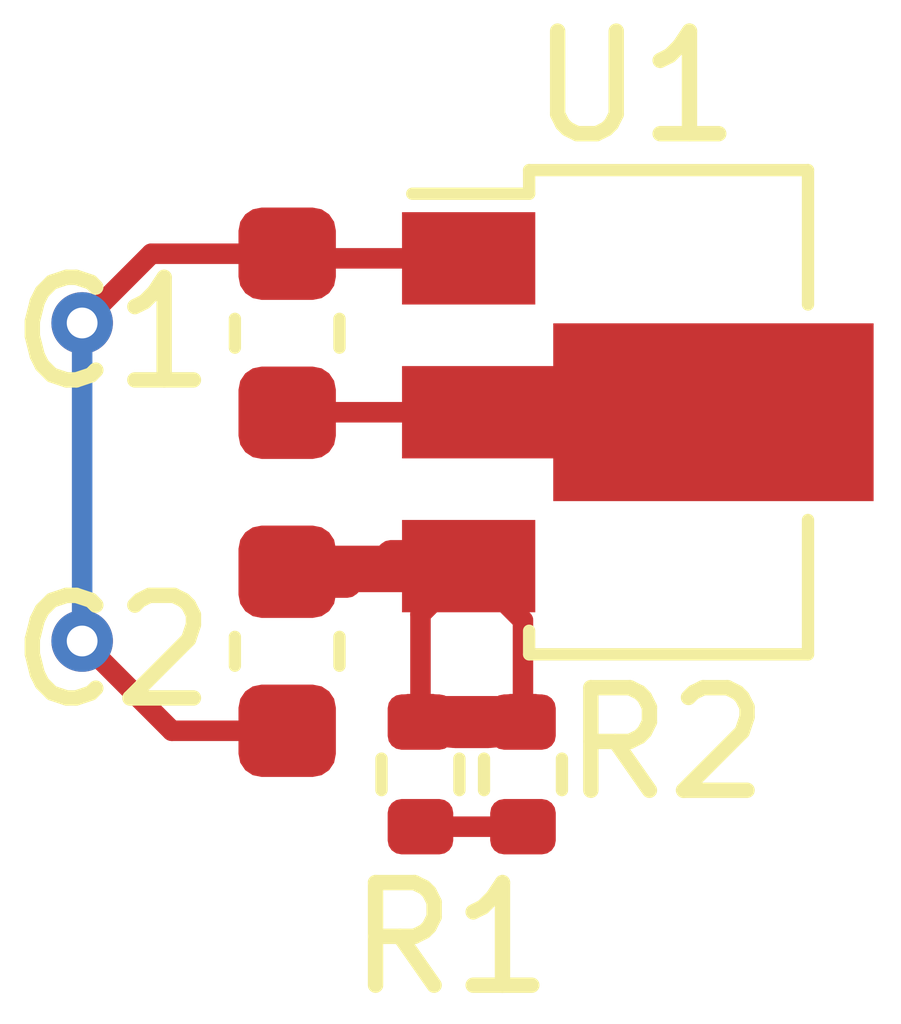
<source format=kicad_pcb>
(kicad_pcb (version 20171130) (host pcbnew 5.1.9)

  (general
    (thickness 1.6)
    (drawings 0)
    (tracks 18)
    (zones 0)
    (modules 5)
    (nets 5)
  )

  (page A4)
  (layers
    (0 F.Cu signal)
    (31 B.Cu signal)
    (32 B.Adhes user)
    (33 F.Adhes user)
    (34 B.Paste user)
    (35 F.Paste user)
    (36 B.SilkS user)
    (37 F.SilkS user)
    (38 B.Mask user)
    (39 F.Mask user)
    (40 Dwgs.User user)
    (41 Cmts.User user)
    (42 Eco1.User user)
    (43 Eco2.User user)
    (44 Edge.Cuts user)
    (45 Margin user)
    (46 B.CrtYd user)
    (47 F.CrtYd user)
    (48 B.Fab user)
    (49 F.Fab user hide)
  )

  (setup
    (last_trace_width 0.2)
    (user_trace_width 0.09)
    (user_trace_width 0.127)
    (user_trace_width 0.2)
    (trace_clearance 0.2)
    (zone_clearance 0.508)
    (zone_45_only no)
    (trace_min 0.09)
    (via_size 0.8)
    (via_drill 0.4)
    (via_min_size 0.4)
    (via_min_drill 0.2)
    (user_via 0.4 0.2)
    (user_via 0.6 0.3)
    (uvia_size 0.3)
    (uvia_drill 0.1)
    (uvias_allowed no)
    (uvia_min_size 0.2)
    (uvia_min_drill 0.1)
    (edge_width 0.05)
    (segment_width 0.2)
    (pcb_text_width 0.3)
    (pcb_text_size 1.5 1.5)
    (mod_edge_width 0.12)
    (mod_text_size 1 1)
    (mod_text_width 0.15)
    (pad_size 1.524 1.524)
    (pad_drill 0.762)
    (pad_to_mask_clearance 0)
    (aux_axis_origin 0 0)
    (visible_elements FFFFFF7F)
    (pcbplotparams
      (layerselection 0x010fc_ffffffff)
      (usegerberextensions false)
      (usegerberattributes true)
      (usegerberadvancedattributes true)
      (creategerberjobfile true)
      (excludeedgelayer true)
      (linewidth 0.100000)
      (plotframeref false)
      (viasonmask false)
      (mode 1)
      (useauxorigin false)
      (hpglpennumber 1)
      (hpglpenspeed 20)
      (hpglpendiameter 15.000000)
      (psnegative false)
      (psa4output false)
      (plotreference true)
      (plotvalue true)
      (plotinvisibletext false)
      (padsonsilk false)
      (subtractmaskfromsilk false)
      (outputformat 1)
      (mirror false)
      (drillshape 1)
      (scaleselection 1)
      (outputdirectory ""))
  )

  (net 0 "")
  (net 1 GND)
  (net 2 VBUS)
  (net 3 "Net-(C2-Pad1)")
  (net 4 +3V3)

  (net_class Default "This is the default net class."
    (clearance 0.2)
    (trace_width 0.25)
    (via_dia 0.8)
    (via_drill 0.4)
    (uvia_dia 0.3)
    (uvia_drill 0.1)
    (add_net +3V3)
    (add_net GND)
    (add_net "Net-(C2-Pad1)")
    (add_net VBUS)
  )

  (module Package_TO_SOT_SMD:SOT-89-3 (layer F.Cu) (tedit 5C33D6E8) (tstamp 6082F4C2)
    (at 143.82 94.77)
    (descr "SOT-89-3, http://ww1.microchip.com/downloads/en/DeviceDoc/3L_SOT-89_MB_C04-029C.pdf")
    (tags SOT-89-3)
    (path /6082F01C)
    (attr smd)
    (fp_text reference U1 (at -0.02 -3.17) (layer F.SilkS)
      (effects (font (size 1 1) (thickness 0.15)))
    )
    (fp_text value HT75xx-1-SOT89 (at 0.3 3.5) (layer F.Fab)
      (effects (font (size 1 1) (thickness 0.15)))
    )
    (fp_text user %R (at 0.5 0 90) (layer F.Fab)
      (effects (font (size 1 1) (thickness 0.15)))
    )
    (fp_line (start 1.66 1.05) (end 1.66 2.36) (layer F.SilkS) (width 0.12))
    (fp_line (start 1.66 2.36) (end -1.06 2.36) (layer F.SilkS) (width 0.12))
    (fp_line (start -2.2 -2.13) (end -1.06 -2.13) (layer F.SilkS) (width 0.12))
    (fp_line (start 1.66 -2.36) (end 1.66 -1.05) (layer F.SilkS) (width 0.12))
    (fp_line (start -0.95 -1.25) (end 0.05 -2.25) (layer F.Fab) (width 0.1))
    (fp_line (start 1.55 -2.25) (end 1.55 2.25) (layer F.Fab) (width 0.1))
    (fp_line (start 1.55 2.25) (end -0.95 2.25) (layer F.Fab) (width 0.1))
    (fp_line (start -0.95 2.25) (end -0.95 -1.25) (layer F.Fab) (width 0.1))
    (fp_line (start 0.05 -2.25) (end 1.55 -2.25) (layer F.Fab) (width 0.1))
    (fp_line (start 2.55 -2.5) (end 2.55 2.5) (layer F.CrtYd) (width 0.05))
    (fp_line (start 2.55 -2.5) (end -2.55 -2.5) (layer F.CrtYd) (width 0.05))
    (fp_line (start -2.55 2.5) (end 2.55 2.5) (layer F.CrtYd) (width 0.05))
    (fp_line (start -2.55 2.5) (end -2.55 -2.5) (layer F.CrtYd) (width 0.05))
    (fp_line (start -1.06 -2.36) (end 1.66 -2.36) (layer F.SilkS) (width 0.12))
    (fp_line (start -1.06 -2.36) (end -1.06 -2.13) (layer F.SilkS) (width 0.12))
    (fp_line (start -1.06 2.36) (end -1.06 2.13) (layer F.SilkS) (width 0.12))
    (pad 2 smd custom (at -1.5625 0) (size 1.475 0.9) (layers F.Cu F.Paste F.Mask)
      (net 2 VBUS) (zone_connect 2)
      (options (clearance outline) (anchor rect))
      (primitives
        (gr_poly (pts
           (xy 0.7375 -0.8665) (xy 3.8625 -0.8665) (xy 3.8625 0.8665) (xy 0.7375 0.8665)) (width 0))
      ))
    (pad 3 smd rect (at -1.65 1.5) (size 1.3 0.9) (layers F.Cu F.Paste F.Mask)
      (net 3 "Net-(C2-Pad1)"))
    (pad 1 smd rect (at -1.65 -1.5) (size 1.3 0.9) (layers F.Cu F.Paste F.Mask)
      (net 1 GND))
    (model ${KISYS3DMOD}/Package_TO_SOT_SMD.3dshapes/SOT-89-3.wrl
      (at (xyz 0 0 0))
      (scale (xyz 1 1 1))
      (rotate (xyz 0 0 0))
    )
  )

  (module Resistor_SMD:R_0402_1005Metric (layer F.Cu) (tedit 5F68FEEE) (tstamp 6082F4AA)
    (at 142.7 98.3 90)
    (descr "Resistor SMD 0402 (1005 Metric), square (rectangular) end terminal, IPC_7351 nominal, (Body size source: IPC-SM-782 page 72, https://www.pcb-3d.com/wordpress/wp-content/uploads/ipc-sm-782a_amendment_1_and_2.pdf), generated with kicad-footprint-generator")
    (tags resistor)
    (path /608304DE)
    (attr smd)
    (fp_text reference R2 (at 0.3 1.4 180) (layer F.SilkS)
      (effects (font (size 1 1) (thickness 0.15)))
    )
    (fp_text value 1 (at 0 1.17 90) (layer F.Fab)
      (effects (font (size 1 1) (thickness 0.15)))
    )
    (fp_text user %R (at 0 0 90) (layer F.Fab)
      (effects (font (size 0.26 0.26) (thickness 0.04)))
    )
    (fp_line (start -0.525 0.27) (end -0.525 -0.27) (layer F.Fab) (width 0.1))
    (fp_line (start -0.525 -0.27) (end 0.525 -0.27) (layer F.Fab) (width 0.1))
    (fp_line (start 0.525 -0.27) (end 0.525 0.27) (layer F.Fab) (width 0.1))
    (fp_line (start 0.525 0.27) (end -0.525 0.27) (layer F.Fab) (width 0.1))
    (fp_line (start -0.153641 -0.38) (end 0.153641 -0.38) (layer F.SilkS) (width 0.12))
    (fp_line (start -0.153641 0.38) (end 0.153641 0.38) (layer F.SilkS) (width 0.12))
    (fp_line (start -0.93 0.47) (end -0.93 -0.47) (layer F.CrtYd) (width 0.05))
    (fp_line (start -0.93 -0.47) (end 0.93 -0.47) (layer F.CrtYd) (width 0.05))
    (fp_line (start 0.93 -0.47) (end 0.93 0.47) (layer F.CrtYd) (width 0.05))
    (fp_line (start 0.93 0.47) (end -0.93 0.47) (layer F.CrtYd) (width 0.05))
    (pad 2 smd roundrect (at 0.51 0 90) (size 0.54 0.64) (layers F.Cu F.Paste F.Mask) (roundrect_rratio 0.25)
      (net 3 "Net-(C2-Pad1)"))
    (pad 1 smd roundrect (at -0.51 0 90) (size 0.54 0.64) (layers F.Cu F.Paste F.Mask) (roundrect_rratio 0.25)
      (net 4 +3V3))
    (model ${KISYS3DMOD}/Resistor_SMD.3dshapes/R_0402_1005Metric.wrl
      (at (xyz 0 0 0))
      (scale (xyz 1 1 1))
      (rotate (xyz 0 0 0))
    )
  )

  (module Resistor_SMD:R_0402_1005Metric (layer F.Cu) (tedit 5F68FEEE) (tstamp 6082F499)
    (at 141.7 98.3 90)
    (descr "Resistor SMD 0402 (1005 Metric), square (rectangular) end terminal, IPC_7351 nominal, (Body size source: IPC-SM-782 page 72, https://www.pcb-3d.com/wordpress/wp-content/uploads/ipc-sm-782a_amendment_1_and_2.pdf), generated with kicad-footprint-generator")
    (tags resistor)
    (path /6082FF22)
    (attr smd)
    (fp_text reference R1 (at -1.6 0.3 180) (layer F.SilkS)
      (effects (font (size 1 1) (thickness 0.15)))
    )
    (fp_text value 1 (at 0 1.17 90) (layer F.Fab)
      (effects (font (size 1 1) (thickness 0.15)))
    )
    (fp_text user %R (at 0 0 90) (layer F.Fab)
      (effects (font (size 0.26 0.26) (thickness 0.04)))
    )
    (fp_line (start -0.525 0.27) (end -0.525 -0.27) (layer F.Fab) (width 0.1))
    (fp_line (start -0.525 -0.27) (end 0.525 -0.27) (layer F.Fab) (width 0.1))
    (fp_line (start 0.525 -0.27) (end 0.525 0.27) (layer F.Fab) (width 0.1))
    (fp_line (start 0.525 0.27) (end -0.525 0.27) (layer F.Fab) (width 0.1))
    (fp_line (start -0.153641 -0.38) (end 0.153641 -0.38) (layer F.SilkS) (width 0.12))
    (fp_line (start -0.153641 0.38) (end 0.153641 0.38) (layer F.SilkS) (width 0.12))
    (fp_line (start -0.93 0.47) (end -0.93 -0.47) (layer F.CrtYd) (width 0.05))
    (fp_line (start -0.93 -0.47) (end 0.93 -0.47) (layer F.CrtYd) (width 0.05))
    (fp_line (start 0.93 -0.47) (end 0.93 0.47) (layer F.CrtYd) (width 0.05))
    (fp_line (start 0.93 0.47) (end -0.93 0.47) (layer F.CrtYd) (width 0.05))
    (pad 2 smd roundrect (at 0.51 0 90) (size 0.54 0.64) (layers F.Cu F.Paste F.Mask) (roundrect_rratio 0.25)
      (net 3 "Net-(C2-Pad1)"))
    (pad 1 smd roundrect (at -0.51 0 90) (size 0.54 0.64) (layers F.Cu F.Paste F.Mask) (roundrect_rratio 0.25)
      (net 4 +3V3))
    (model ${KISYS3DMOD}/Resistor_SMD.3dshapes/R_0402_1005Metric.wrl
      (at (xyz 0 0 0))
      (scale (xyz 1 1 1))
      (rotate (xyz 0 0 0))
    )
  )

  (module Capacitor_SMD:C_0603_1608Metric (layer F.Cu) (tedit 5F68FEEE) (tstamp 6082F488)
    (at 140.4 97.1 270)
    (descr "Capacitor SMD 0603 (1608 Metric), square (rectangular) end terminal, IPC_7351 nominal, (Body size source: IPC-SM-782 page 76, https://www.pcb-3d.com/wordpress/wp-content/uploads/ipc-sm-782a_amendment_1_and_2.pdf), generated with kicad-footprint-generator")
    (tags capacitor)
    (path /6082F70D)
    (attr smd)
    (fp_text reference C2 (at 0 1.7 180) (layer F.SilkS)
      (effects (font (size 1 1) (thickness 0.15)))
    )
    (fp_text value 10uF (at 0 1.43 90) (layer F.Fab)
      (effects (font (size 1 1) (thickness 0.15)))
    )
    (fp_text user %R (at 0 0 90) (layer F.Fab)
      (effects (font (size 0.4 0.4) (thickness 0.06)))
    )
    (fp_line (start -0.8 0.4) (end -0.8 -0.4) (layer F.Fab) (width 0.1))
    (fp_line (start -0.8 -0.4) (end 0.8 -0.4) (layer F.Fab) (width 0.1))
    (fp_line (start 0.8 -0.4) (end 0.8 0.4) (layer F.Fab) (width 0.1))
    (fp_line (start 0.8 0.4) (end -0.8 0.4) (layer F.Fab) (width 0.1))
    (fp_line (start -0.14058 -0.51) (end 0.14058 -0.51) (layer F.SilkS) (width 0.12))
    (fp_line (start -0.14058 0.51) (end 0.14058 0.51) (layer F.SilkS) (width 0.12))
    (fp_line (start -1.48 0.73) (end -1.48 -0.73) (layer F.CrtYd) (width 0.05))
    (fp_line (start -1.48 -0.73) (end 1.48 -0.73) (layer F.CrtYd) (width 0.05))
    (fp_line (start 1.48 -0.73) (end 1.48 0.73) (layer F.CrtYd) (width 0.05))
    (fp_line (start 1.48 0.73) (end -1.48 0.73) (layer F.CrtYd) (width 0.05))
    (pad 2 smd roundrect (at 0.775 0 270) (size 0.9 0.95) (layers F.Cu F.Paste F.Mask) (roundrect_rratio 0.25)
      (net 1 GND))
    (pad 1 smd roundrect (at -0.775 0 270) (size 0.9 0.95) (layers F.Cu F.Paste F.Mask) (roundrect_rratio 0.25)
      (net 3 "Net-(C2-Pad1)"))
    (model ${KISYS3DMOD}/Capacitor_SMD.3dshapes/C_0603_1608Metric.wrl
      (at (xyz 0 0 0))
      (scale (xyz 1 1 1))
      (rotate (xyz 0 0 0))
    )
  )

  (module Capacitor_SMD:C_0603_1608Metric (layer F.Cu) (tedit 5F68FEEE) (tstamp 6082F477)
    (at 140.4 94 90)
    (descr "Capacitor SMD 0603 (1608 Metric), square (rectangular) end terminal, IPC_7351 nominal, (Body size source: IPC-SM-782 page 76, https://www.pcb-3d.com/wordpress/wp-content/uploads/ipc-sm-782a_amendment_1_and_2.pdf), generated with kicad-footprint-generator")
    (tags capacitor)
    (path /60834192)
    (attr smd)
    (fp_text reference C1 (at 0 -1.7 180) (layer F.SilkS)
      (effects (font (size 1 1) (thickness 0.15)))
    )
    (fp_text value 10uF (at 0 1.43 90) (layer F.Fab)
      (effects (font (size 1 1) (thickness 0.15)))
    )
    (fp_text user %R (at 0 0 90) (layer F.Fab)
      (effects (font (size 0.4 0.4) (thickness 0.06)))
    )
    (fp_line (start -0.8 0.4) (end -0.8 -0.4) (layer F.Fab) (width 0.1))
    (fp_line (start -0.8 -0.4) (end 0.8 -0.4) (layer F.Fab) (width 0.1))
    (fp_line (start 0.8 -0.4) (end 0.8 0.4) (layer F.Fab) (width 0.1))
    (fp_line (start 0.8 0.4) (end -0.8 0.4) (layer F.Fab) (width 0.1))
    (fp_line (start -0.14058 -0.51) (end 0.14058 -0.51) (layer F.SilkS) (width 0.12))
    (fp_line (start -0.14058 0.51) (end 0.14058 0.51) (layer F.SilkS) (width 0.12))
    (fp_line (start -1.48 0.73) (end -1.48 -0.73) (layer F.CrtYd) (width 0.05))
    (fp_line (start -1.48 -0.73) (end 1.48 -0.73) (layer F.CrtYd) (width 0.05))
    (fp_line (start 1.48 -0.73) (end 1.48 0.73) (layer F.CrtYd) (width 0.05))
    (fp_line (start 1.48 0.73) (end -1.48 0.73) (layer F.CrtYd) (width 0.05))
    (pad 2 smd roundrect (at 0.775 0 90) (size 0.9 0.95) (layers F.Cu F.Paste F.Mask) (roundrect_rratio 0.25)
      (net 1 GND))
    (pad 1 smd roundrect (at -0.775 0 90) (size 0.9 0.95) (layers F.Cu F.Paste F.Mask) (roundrect_rratio 0.25)
      (net 2 VBUS))
    (model ${KISYS3DMOD}/Capacitor_SMD.3dshapes/C_0603_1608Metric.wrl
      (at (xyz 0 0 0))
      (scale (xyz 1 1 1))
      (rotate (xyz 0 0 0))
    )
  )

  (segment (start 140.445 93.27) (end 140.4 93.225) (width 0.2) (layer F.Cu) (net 1))
  (segment (start 142.17 93.27) (end 140.445 93.27) (width 0.2) (layer F.Cu) (net 1))
  (via (at 138.4 93.9) (size 0.6) (drill 0.3) (layers F.Cu B.Cu) (net 1))
  (segment (start 139.075 93.225) (end 138.4 93.9) (width 0.2) (layer F.Cu) (net 1))
  (segment (start 140.4 93.225) (end 139.075 93.225) (width 0.2) (layer F.Cu) (net 1))
  (via (at 138.4 97) (size 0.6) (drill 0.3) (layers F.Cu B.Cu) (net 1))
  (segment (start 138.4 93.9) (end 138.4 97) (width 0.2) (layer B.Cu) (net 1))
  (segment (start 139.275 97.875) (end 140.4 97.875) (width 0.2) (layer F.Cu) (net 1))
  (segment (start 138.4 97) (end 139.275 97.875) (width 0.2) (layer F.Cu) (net 1))
  (segment (start 140.405 94.77) (end 140.4 94.775) (width 0.2) (layer F.Cu) (net 2))
  (segment (start 142.2575 94.77) (end 140.405 94.77) (width 0.2) (layer F.Cu) (net 2))
  (segment (start 140.455 96.27) (end 140.4 96.325) (width 0.2) (layer F.Cu) (net 3))
  (segment (start 142.17 96.27) (end 140.455 96.27) (width 0.2) (layer F.Cu) (net 3))
  (segment (start 141.7 96.74) (end 142.17 96.27) (width 0.2) (layer F.Cu) (net 3))
  (segment (start 141.7 97.79) (end 141.7 96.74) (width 0.2) (layer F.Cu) (net 3))
  (segment (start 142.7 96.8) (end 142.17 96.27) (width 0.2) (layer F.Cu) (net 3))
  (segment (start 142.7 97.79) (end 142.7 96.8) (width 0.2) (layer F.Cu) (net 3))
  (segment (start 141.7 98.81) (end 142.7 98.81) (width 0.2) (layer F.Cu) (net 4))

  (zone (net 3) (net_name "Net-(C2-Pad1)") (layer F.Cu) (tstamp 0) (hatch edge 0.508)
    (connect_pads (clearance 0.508))
    (min_thickness 0.254)
    (fill yes (arc_segments 32) (thermal_gap 0.508) (thermal_bridge_width 0.508))
    (polygon
      (pts
        (xy 142.9 96.9) (xy 143.2 97.2) (xy 143.2 98.2) (xy 141.2 98.2) (xy 141.2 97.1)
        (xy 139.8 97.1) (xy 139.8 95.7) (xy 142.9 95.7)
      )
    )
    (filled_polygon
      (pts
        (xy 141.827 97.663) (xy 142.573 97.663) (xy 142.573 97.643) (xy 142.827 97.643) (xy 142.827 97.663)
        (xy 142.847 97.663) (xy 142.847 97.901928) (xy 142.515 97.901928) (xy 142.364181 97.916782) (xy 142.363462 97.917)
        (xy 142.036538 97.917) (xy 142.035819 97.916782) (xy 141.885 97.901928) (xy 141.553 97.901928) (xy 141.553 97.663)
        (xy 141.573 97.663) (xy 141.573 97.643) (xy 141.827 97.643)
      )
    )
    (filled_polygon
      (pts
        (xy 142.297 96.143) (xy 142.317 96.143) (xy 142.317 96.397) (xy 142.297 96.397) (xy 142.297 96.417)
        (xy 142.043 96.417) (xy 142.043 96.397) (xy 141.04375 96.397) (xy 140.98875 96.452) (xy 140.527 96.452)
        (xy 140.527 96.472) (xy 140.273 96.472) (xy 140.273 96.452) (xy 140.253 96.452) (xy 140.253 96.198)
        (xy 140.273 96.198) (xy 140.273 96.178) (xy 140.527 96.178) (xy 140.527 96.198) (xy 141.35125 96.198)
        (xy 141.40625 96.143) (xy 142.043 96.143) (xy 142.043 96.123) (xy 142.297 96.123)
      )
    )
  )
)

</source>
